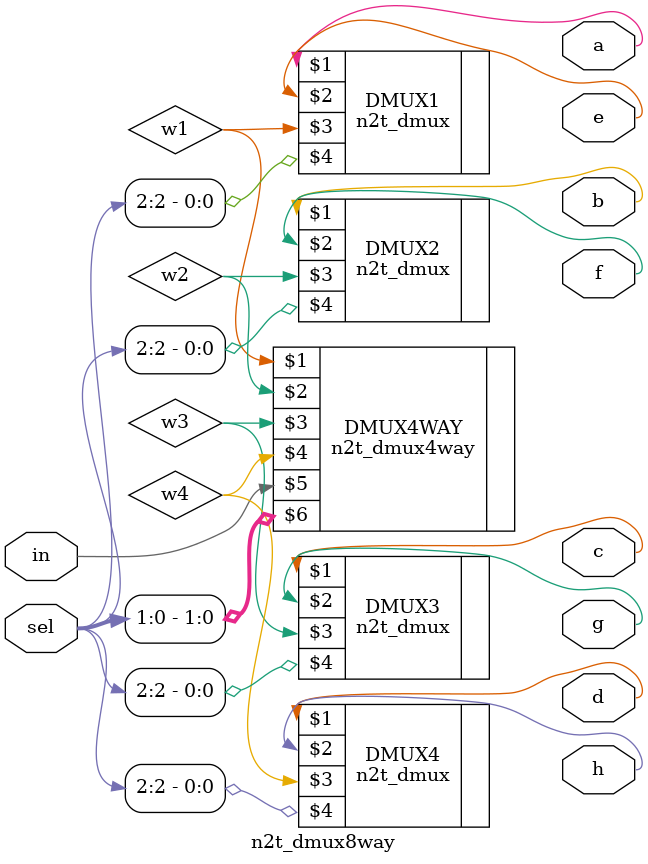
<source format=v>
`timescale 1ns / 1ps

module n2t_dmux8way(a,b,c,d,e,f,g,h,in,sel);
    output a,b,c,d,e,f,g,h;
    input in;
    input [2:0] sel;
    
    
    wire w1,w2,w3,w4;
    n2t_dmux4way DMUX4WAY(w1,w2,w3,w4,in,sel[1:0]);
    
    n2t_dmux DMUX1(a,e,w1, sel[2]);
    n2t_dmux DMUX2(b,f,w2, sel[2]);
    n2t_dmux DMUX3(c,g,w3, sel[2]);
    n2t_dmux DMUX4(d,h,w4, sel[2]);
endmodule

</source>
